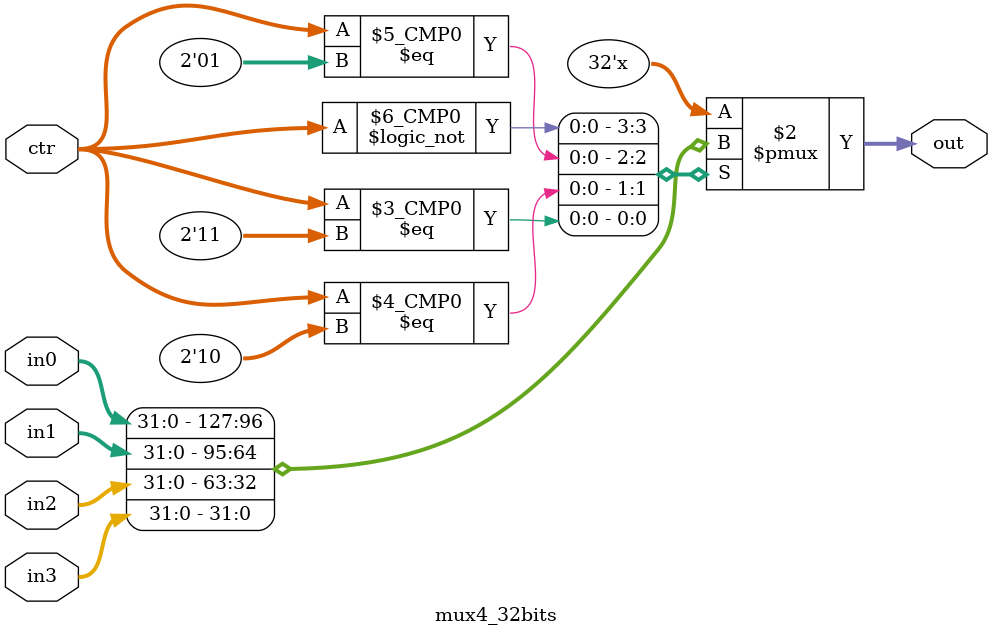
<source format=v>
`timescale 1ns / 1ps


module mux4_32bits(in0,in1,in2,in3,ctr,out);
    input[31:0] in0,in1,in2,in3;
    input[1:0] ctr;
    output[31:0] out;
    reg[31:0] out;
    
    always @(ctr)
        begin
            case(ctr)
                2'b00: out = in0;
                2'b01: out = in1;
                2'b10: out = in2;
                2'b11: out = in3;
            endcase
        end
endmodule

</source>
